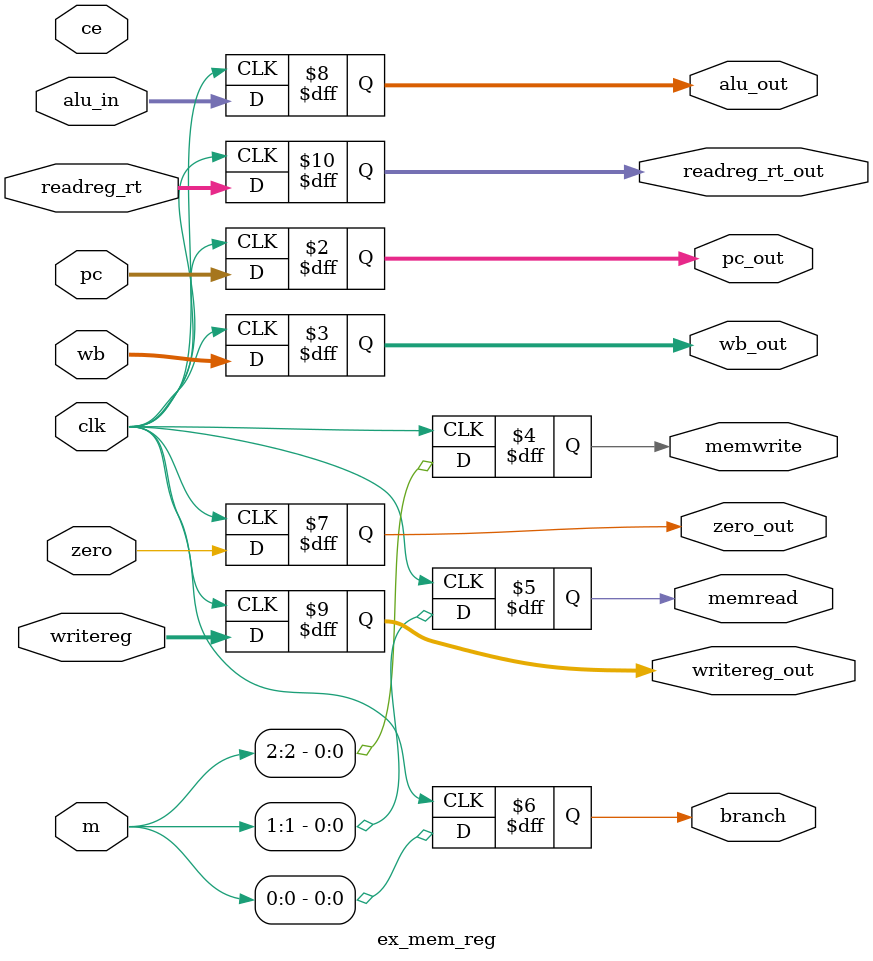
<source format=v>
`timescale 1ns / 1ps
module ex_mem_reg(pc, pc_out, wb, wb_out, m, memwrite, memread, branch, zero, zero_out, alu_in, alu_out, readreg_rt, readreg_rt_out, writereg, writereg_out, clk, ce);
	input clk, ce;
	//Control Signal
	input[31:0] pc;
	output reg[31:0] pc_out;
	input[1:0] wb;
	input[2:0] m;
	output reg[1:0] wb_out;
	output reg memwrite, memread, branch;
	//alu
	input zero;
	input[31:0] alu_in;
	output reg zero_out;
	output reg[31:0] alu_out;
	//reg
	input[31:0] readreg_rt;
	input[4:0] writereg;
	output reg[4:0] writereg_out;
	output reg[31:0] readreg_rt_out;

	always @(posedge clk)
	begin
		pc_out <= pc;
		wb_out[1] <= wb[1]; // memtoreg
		wb_out[0] <= wb[0]; //regwrite
		memwrite <= m[2]; //memwrite
		memread <= m[1]; //memread
		branch <= m[0]; //branch
		zero_out <= zero;
		alu_out <= alu_in;
		writereg_out <= writereg;
		readreg_rt_out <= readreg_rt;
	end
endmodule

</source>
